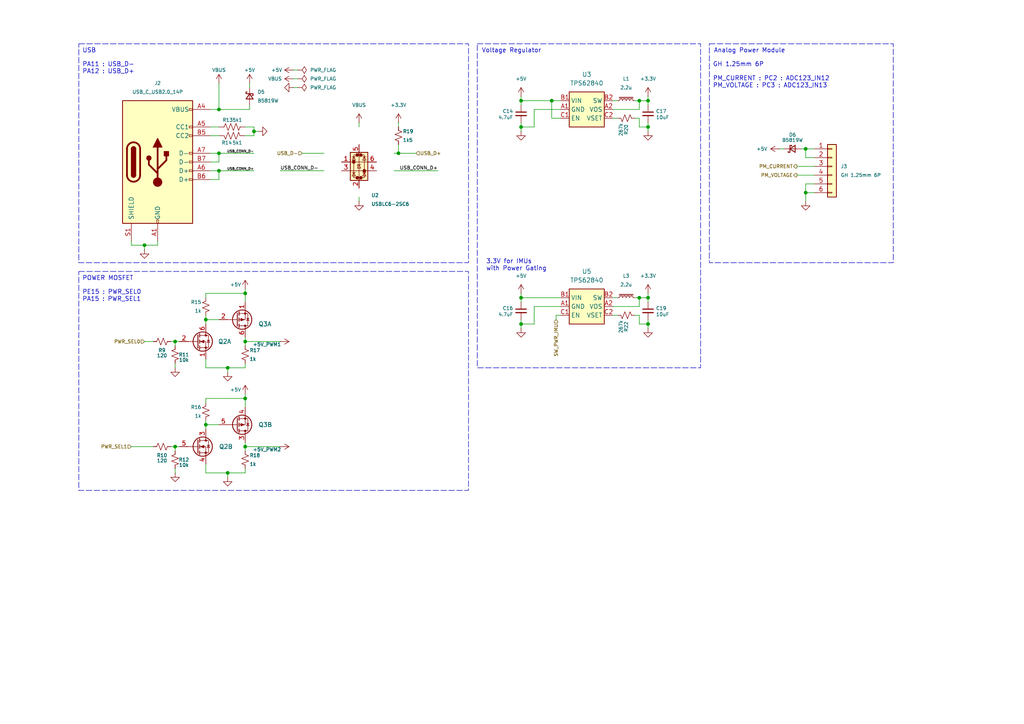
<source format=kicad_sch>
(kicad_sch (version 20250114) (generator "eeschema") (generator_version "9.0")
  (paper "A4")
  (title_block (title "STM32 Flight Controller") (date "2025-06-23") (rev "2.0.0 (WIP)") (company "NARAE") (comment 1 "INHA Univ. Areo-modelling Club") (comment 2 "2024 Winter UAV Project ") (comment 3 "Reversion 2"))
  (lib_symbols
    (symbol "Connector:USB_C_Receptacle_USB2.0_14P" (pin_names (offset 1.016))
      (property "Reference" "J" (at 0 22.225 0))
      (property "Value" "USB_C_Receptacle_USB2.0_14P" (at 0 19.685 0))
      (symbol "USB_C_Receptacle_USB2.0_14P_0_0"
        (rectangle (start -0.254 -17.78) (end 0.254 -16.764))
        (rectangle (start 10.16 15.494) (end 9.144 14.986))
        (rectangle (start 10.16 10.414) (end 9.144 9.906))
        (rectangle (start 10.16 7.874) (end 9.144 7.366))
        (rectangle (start 10.16 2.794) (end 9.144 2.286))
        (rectangle (start 10.16 0.254) (end 9.144 -0.254))
        (rectangle (start 10.16 -2.286) (end 9.144 -2.794))
        (rectangle (start 10.16 -4.826) (end 9.144 -5.334))
      )
      (symbol "USB_C_Receptacle_USB2.0_14P_0_1"
        (rectangle (start -10.16 17.78) (end 10.16 -17.78) (stroke (width 0.254)) (fill (type background)))
        (polyline (pts (xy -8.89 -3.81) (xy -8.89 3.81)) (stroke (width 0.508)))
        (rectangle (start -7.62 -3.81) (end -6.35 3.81) (stroke (width 0.254)) (fill (type outline)))
        (arc (start -7.62 3.81) (mid -6.985 4.4423) (end -6.35 3.81) (stroke (width 0.254)))
        (arc (start -7.62 3.81) (mid -6.985 4.4423) (end -6.35 3.81) (stroke (width 0.254)) (fill (type outline)))
        (arc (start -8.89 3.81) (mid -6.985 5.7067) (end -5.08 3.81) (stroke (width 0.508)))
        (arc (start -5.08 -3.81) (mid -6.985 -5.7067) (end -8.89 -3.81) (stroke (width 0.508)))
        (arc (start -6.35 -3.81) (mid -6.985 -4.4423) (end -7.62 -3.81) (stroke (width 0.254)))
        (arc (start -6.35 -3.81) (mid -6.985 -4.4423) (end -7.62 -3.81) (stroke (width 0.254)) (fill (type outline)))
        (polyline (pts (xy -5.08 3.81) (xy -5.08 -3.81)) (stroke (width 0.508)))
        (circle (center -2.54 1.143) (radius 0.635) (stroke (width 0.254)) (fill (type outline)))
        (polyline (pts (xy -1.27 4.318) (xy 0 6.858) (xy 1.27 4.318) (xy -1.27 4.318)) (stroke (width 0.254)) (fill (type outline)))
        (polyline (pts (xy 0 -2.032) (xy 2.54 0.508) (xy 2.54 1.778)) (stroke (width 0.508)))
        (polyline (pts (xy 0 -3.302) (xy -2.54 -0.762) (xy -2.54 0.508)) (stroke (width 0.508)))
        (polyline (pts (xy 0 -5.842) (xy 0 4.318)) (stroke (width 0.508)))
        (circle (center 0 -5.842) (radius 1.27) (fill (type outline)))
        (rectangle (start 1.905 1.778) (end 3.175 3.048) (stroke (width 0.254)) (fill (type outline)))
      )
      (symbol "USB_C_Receptacle_USB2.0_14P_1_1"
        (pin passive line (at -7.62 -22.86 90) (length 5.08) (name "SHIELD") (number "S1"))
        (pin passive line (at 0 -22.86 90) (length 5.08) (name "GND") (number "A1"))
        (pin passive line (at 0 -22.86 90) (length 5.08) (hide yes) (name "GND") (number "A12"))
        (pin passive line (at 0 -22.86 90) (length 5.08) (hide yes) (name "GND") (number "B1"))
        (pin passive line (at 0 -22.86 90) (length 5.08) (hide yes) (name "GND") (number "B12"))
        (pin passive line (at 15.24 15.24 180) (length 5.08) (name "VBUS") (number "A4"))
        (pin passive line (at 15.24 15.24 180) (length 5.08) (hide yes) (name "VBUS") (number "A9"))
        (pin passive line (at 15.24 15.24 180) (length 5.08) (hide yes) (name "VBUS") (number "B4"))
        (pin passive line (at 15.24 15.24 180) (length 5.08) (hide yes) (name "VBUS") (number "B9"))
        (pin bidirectional line (at 15.24 10.16 180) (length 5.08) (name "CC1") (number "A5"))
        (pin bidirectional line (at 15.24 7.62 180) (length 5.08) (name "CC2") (number "B5"))
        (pin bidirectional line (at 15.24 2.54 180) (length 5.08) (name "D-") (number "A7"))
        (pin bidirectional line (at 15.24 0 180) (length 5.08) (name "D-") (number "B7"))
        (pin bidirectional line (at 15.24 -2.54 180) (length 5.08) (name "D+") (number "A6"))
        (pin bidirectional line (at 15.24 -5.08 180) (length 5.08) (name "D+") (number "B6"))
      )
    )
    (symbol "Connector_Generic:Conn_01x06" (pin_names (offset 1.016) (hide yes))
      (property "Reference" "J" (at 0 7.62 0))
      (property "Value" "Conn_01x06" (at 0 -10.16 0))
      (symbol "Conn_01x06_1_1"
        (rectangle (start -1.27 6.35) (end 1.27 -8.89) (stroke (width 0.254)) (fill (type background)))
        (rectangle (start -1.27 5.207) (end 0 4.953) (stroke (width 0.1524)))
        (rectangle (start -1.27 2.667) (end 0 2.413) (stroke (width 0.1524)))
        (rectangle (start -1.27 0.127) (end 0 -0.127) (stroke (width 0.1524)))
        (rectangle (start -1.27 -2.413) (end 0 -2.667) (stroke (width 0.1524)))
        (rectangle (start -1.27 -4.953) (end 0 -5.207) (stroke (width 0.1524)))
        (rectangle (start -1.27 -7.493) (end 0 -7.747) (stroke (width 0.1524)))
        (pin passive line (at -5.08 5.08 0) (length 3.81) (name "Pin_1") (number "1"))
        (pin passive line (at -5.08 2.54 0) (length 3.81) (name "Pin_2") (number "2"))
        (pin passive line (at -5.08 0 0) (length 3.81) (name "Pin_3") (number "3"))
        (pin passive line (at -5.08 -2.54 0) (length 3.81) (name "Pin_4") (number "4"))
        (pin passive line (at -5.08 -5.08 0) (length 3.81) (name "Pin_5") (number "5"))
        (pin passive line (at -5.08 -7.62 0) (length 3.81) (name "Pin_6") (number "6"))
      )
    )
    (symbol "Device:C_Small" (pin_numbers (hide yes)) (pin_names (offset 0.254) (hide yes))
      (property "Reference" "C" (at 0.254 1.778 0))
      (property "Value" "C_Small" (at 0.254 -2.032 0))
      (symbol "C_Small_0_1"
        (polyline (pts (xy -1.524 0.508) (xy 1.524 0.508)) (stroke (width 0.3048)))
        (polyline (pts (xy -1.524 -0.508) (xy 1.524 -0.508)) (stroke (width 0.3302)))
      )
      (symbol "C_Small_1_1"
        (pin passive line (at 0 2.54 270) (length 2.032) (name "~") (number "1"))
        (pin passive line (at 0 -2.54 90) (length 2.032) (name "~") (number "2"))
      )
    )
    (symbol "Device:D_Schottky_Small" (pin_numbers (hide yes)) (pin_names (offset 0.254) (hide yes))
      (property "Reference" "D" (at -1.27 2.032 0))
      (property "Value" "D_Schottky_Small" (at -7.112 -2.032 0))
      (symbol "D_Schottky_Small_0_1"
        (polyline (pts (xy -1.27 0.762) (xy -1.27 1.016) (xy -0.762 1.016) (xy -0.762 -1.016) (xy -0.254 -1.016) (xy -0.254 -0.762)) (stroke (width 0.254)))
        (polyline (pts (xy -0.762 0) (xy 0.762 0)))
        (polyline (pts (xy 0.762 -1.016) (xy -0.762 0) (xy 0.762 1.016) (xy 0.762 -1.016)) (stroke (width 0.254)))
      )
      (symbol "D_Schottky_Small_1_1"
        (pin passive line (at -2.54 0 0) (length 1.778) (name "K") (number "1"))
        (pin passive line (at 2.54 0 180) (length 1.778) (name "A") (number "2"))
      )
    )
    (symbol "Device:L_Iron_Small" (pin_numbers (hide yes)) (pin_names (offset 0.254) (hide yes))
      (property "Reference" "L" (at 1.27 1.016 0))
      (property "Value" "L_Iron_Small" (at 1.27 -1.27 0))
      (symbol "L_Iron_Small_0_1"
        (arc (start 0 2.032) (mid 0.5058 1.524) (end 0 1.016))
        (arc (start 0 1.016) (mid 0.5058 0.508) (end 0 0))
        (arc (start 0 0) (mid 0.5058 -0.508) (end 0 -1.016))
        (arc (start 0 -1.016) (mid 0.5058 -1.524) (end 0 -2.032))
        (polyline (pts (xy 0.762 2.032) (xy 0.762 -2.032)))
        (polyline (pts (xy 1.016 -2.032) (xy 1.016 2.032)))
      )
      (symbol "L_Iron_Small_1_1"
        (pin passive line (at 0 2.54 270) (length 0.508) (name "~") (number "1"))
        (pin passive line (at 0 -2.54 90) (length 0.508) (name "~") (number "2"))
      )
    )
    (symbol "Device:R_Small_US" (pin_numbers (hide yes)) (pin_names (offset 0.254) (hide yes))
      (property "Reference" "R" (at 0.762 0.508 0))
      (property "Value" "R_Small_US" (at 0.762 -1.016 0))
      (symbol "R_Small_US_1_1"
        (polyline (pts (xy 0 1.524) (xy 1.016 1.143) (xy 0 0.762) (xy -1.016 0.381) (xy 0 0)))
        (polyline (pts (xy 0 0) (xy 1.016 -0.381) (xy 0 -0.762) (xy -1.016 -1.143) (xy 0 -1.524)))
        (pin passive line (at 0 2.54 270) (length 1.016) (name "~") (number "1"))
        (pin passive line (at 0 -2.54 90) (length 1.016) (name "~") (number "2"))
      )
    )
    (symbol "Device:R_US" (pin_numbers (hide yes)) (pin_names (offset 0))
      (property "Reference" "R" (at 2.54 0 90))
      (property "Value" "R_US" (at -2.54 0 90))
      (symbol "R_US_0_1"
        (polyline (pts (xy 0 2.286) (xy 0 2.54)))
        (polyline (pts (xy 0 2.286) (xy 1.016 1.905) (xy 0 1.524) (xy -1.016 1.143) (xy 0 0.762)))
        (polyline (pts (xy 0 0.762) (xy 1.016 0.381) (xy 0 0) (xy -1.016 -0.381) (xy 0 -0.762)))
        (polyline (pts (xy 0 -0.762) (xy 1.016 -1.143) (xy 0 -1.524) (xy -1.016 -1.905) (xy 0 -2.286)))
        (polyline (pts (xy 0 -2.286) (xy 0 -2.54)))
      )
      (symbol "R_US_1_1"
        (pin passive line (at 0 3.81 270) (length 1.27) (name "~") (number "1"))
        (pin passive line (at 0 -3.81 90) (length 1.27) (name "~") (number "2"))
      )
    )
    (symbol "Nexperia_PMD:PMDPB30XN" (pin_names (offset 0) (hide yes))
      (property "Reference" "Q" (at 5.08 1.905 0))
      (property "Value" "PMDPB30XN" (at 5.08 0 0))
      (symbol "PMDPB30XN_0_1"
        (polyline (pts (xy 0.254 1.905) (xy 0.254 -1.905)) (stroke (width 0.254)))
        (polyline (pts (xy 0.254 0) (xy -2.54 0)))
        (polyline (pts (xy 0.762 2.286) (xy 0.762 1.27)) (stroke (width 0.254)))
        (polyline (pts (xy 0.762 0.508) (xy 0.762 -0.508)) (stroke (width 0.254)))
        (polyline (pts (xy 0.762 -1.27) (xy 0.762 -2.286)) (stroke (width 0.254)))
        (polyline (pts (xy 0.762 -1.778) (xy 3.302 -1.778) (xy 3.302 1.778) (xy 0.762 1.778)))
        (polyline (pts (xy 1.016 0) (xy 2.032 0.381) (xy 2.032 -0.381) (xy 1.016 0)) (fill (type outline)))
        (circle (center 1.651 0) (radius 2.794) (stroke (width 0.254)))
        (polyline (pts (xy 2.54 2.54) (xy 2.54 1.778)))
        (circle (center 2.54 1.778) (radius 0.254) (fill (type outline)))
        (circle (center 2.54 -1.778) (radius 0.254) (fill (type outline)))
        (polyline (pts (xy 2.54 -2.54) (xy 2.54 0) (xy 0.762 0)))
        (polyline (pts (xy 2.921 0.381) (xy 3.683 0.381)))
        (polyline (pts (xy 3.302 0.381) (xy 2.921 -0.254) (xy 3.683 -0.254) (xy 3.302 0.381)))
      )
      (symbol "PMDPB30XN_1_0"
        (pin passive line (at 2.54 5.08 270) (length 2.54) (hide yes) (name "D") (number "7"))
      )
      (symbol "PMDPB30XN_1_1"
        (pin input line (at -5.08 0 0) (length 2.54) (name "G") (number "2"))
        (pin passive line (at 2.54 5.08 270) (length 2.54) (name "D") (number "6"))
        (pin passive line (at 2.54 -5.08 90) (length 2.54) (name "S") (number "1"))
      )
      (symbol "PMDPB30XN_2_0"
        (pin passive line (at 2.54 5.08 270) (length 2.54) (hide yes) (name "D") (number "8"))
      )
      (symbol "PMDPB30XN_2_1"
        (pin input line (at -5.08 0 0) (length 2.54) (name "G") (number "5"))
        (pin passive line (at 2.54 5.08 270) (length 2.54) (name "D") (number "3"))
        (pin passive line (at 2.54 -5.08 90) (length 2.54) (name "S") (number "4"))
      )
    )
    (symbol "Nexperia_PMD:PMDPB55XPA" (pin_names (offset 0) (hide yes))
      (property "Reference" "Q" (at 5.08 1.905 0))
      (property "Value" "PMDPB55XPA" (at 5.08 0 0))
      (symbol "PMDPB55XPA_0_1"
        (polyline (pts (xy 0.254 1.905) (xy 0.254 -1.905)) (stroke (width 0.254)))
        (polyline (pts (xy 0.254 0) (xy -2.54 0)))
        (polyline (pts (xy 0.762 2.286) (xy 0.762 1.27)) (stroke (width 0.254)))
        (polyline (pts (xy 0.762 1.778) (xy 3.302 1.778) (xy 3.302 -1.778) (xy 0.762 -1.778)))
        (polyline (pts (xy 0.762 0.508) (xy 0.762 -0.508)) (stroke (width 0.254)))
        (polyline (pts (xy 0.762 -1.27) (xy 0.762 -2.286)) (stroke (width 0.254)))
        (circle (center 1.651 0) (radius 2.794) (stroke (width 0.254)))
        (polyline (pts (xy 2.286 0) (xy 1.27 0.381) (xy 1.27 -0.381) (xy 2.286 0)) (fill (type outline)))
        (polyline (pts (xy 2.54 2.54) (xy 2.54 1.778)))
        (circle (center 2.54 1.778) (radius 0.254) (fill (type outline)))
        (circle (center 2.54 -1.778) (radius 0.254) (fill (type outline)))
        (polyline (pts (xy 2.54 -2.54) (xy 2.54 0) (xy 0.762 0)))
        (polyline (pts (xy 2.921 -0.381) (xy 3.683 -0.381)))
        (polyline (pts (xy 3.302 -0.381) (xy 2.921 0.254) (xy 3.683 0.254) (xy 3.302 -0.381)))
      )
      (symbol "PMDPB55XPA_1_0"
        (pin passive line (at 2.54 5.08 270) (length 2.54) (hide yes) (name "D") (number "7"))
      )
      (symbol "PMDPB55XPA_1_1"
        (pin input line (at -5.08 0 0) (length 2.54) (name "G") (number "2"))
        (pin passive line (at 2.54 5.08 270) (length 2.54) (name "D") (number "6"))
        (pin passive line (at 2.54 -5.08 90) (length 2.54) (name "S") (number "1"))
      )
      (symbol "PMDPB55XPA_2_0"
        (pin passive line (at 2.54 5.08 270) (length 2.54) (hide yes) (name "D") (number "8"))
      )
      (symbol "PMDPB55XPA_2_1"
        (pin input line (at -5.08 0 0) (length 2.54) (name "G") (number "5"))
        (pin passive line (at 2.54 5.08 270) (length 2.54) (name "D") (number "3"))
        (pin passive line (at 2.54 -5.08 90) (length 2.54) (name "S") (number "4"))
      )
    )
    (symbol "Power_Protection:USBLC6-2SC6" (pin_names (hide yes))
      (property "Reference" "U" (at 0.635 5.715 0))
      (property "Value" "USBLC6-2SC6" (at 0.635 3.81 0))
      (symbol "USBLC6-2SC6_0_0"
        (circle (center -1.524 0) (radius 0.0001) (stroke (width 0.508)))
        (circle (center -0.508 2.032) (radius 0.0001) (stroke (width 0.508)))
        (circle (center -0.508 -4.572) (radius 0.0001) (stroke (width 0.508)))
        (circle (center 0.508 2.032) (radius 0.0001) (stroke (width 0.508)))
        (circle (center 0.508 -4.572) (radius 0.0001) (stroke (width 0.508)))
        (circle (center 1.524 -2.54) (radius 0.0001) (stroke (width 0.508)))
      )
      (symbol "USBLC6-2SC6_0_1"
        (polyline (pts (xy -2.54 0) (xy 2.54 0)))
        (polyline (pts (xy -2.54 -2.54) (xy 2.54 -2.54)))
        (polyline (pts (xy -2.032 0.508) (xy -1.016 0.508) (xy -1.524 1.524) (xy -2.032 0.508)))
        (polyline (pts (xy -2.032 -3.048) (xy -1.016 -3.048)))
        (polyline (pts (xy -1.016 1.524) (xy -2.032 1.524)))
        (polyline (pts (xy -1.016 -4.064) (xy -2.032 -4.064) (xy -1.524 -3.048) (xy -1.016 -4.064)))
        (polyline (pts (xy -0.508 -1.143) (xy -0.508 -0.762) (xy 0.508 -0.762)))
        (polyline (pts (xy 0 2.54) (xy -0.508 2.032) (xy 0.508 2.032) (xy 0 1.524) (xy 0 -4.064) (xy -0.508 -4.572) (xy 0.508 -4.572) (xy 0 -5.08)))
        (polyline (pts (xy 0.508 -1.778) (xy -0.508 -1.778) (xy 0 -0.762) (xy 0.508 -1.778)))
        (polyline (pts (xy 1.016 1.524) (xy 2.032 1.524)))
        (polyline (pts (xy 1.016 -3.048) (xy 2.032 -3.048)))
        (polyline (pts (xy 2.032 0.508) (xy 1.016 0.508) (xy 1.524 1.524) (xy 2.032 0.508)))
        (polyline (pts (xy 2.032 -4.064) (xy 1.016 -4.064) (xy 1.524 -3.048) (xy 2.032 -4.064)))
      )
      (symbol "USBLC6-2SC6_1_1"
        (rectangle (start -2.54 2.794) (end 2.54 -5.334) (stroke (width 0.254)) (fill (type background)))
        (polyline (pts (xy -0.508 2.032) (xy -1.524 2.032) (xy -1.524 -4.572) (xy -0.508 -4.572)))
        (polyline (pts (xy 0.508 -4.572) (xy 1.524 -4.572) (xy 1.524 2.032) (xy 0.508 2.032)))
        (pin passive line (at -5.08 0 0) (length 2.54) (name "I/O1") (number "1"))
        (pin passive line (at -5.08 -2.54 0) (length 2.54) (name "I/O2") (number "3"))
        (pin passive line (at 0 5.08 270) (length 2.54) (name "VBUS") (number "5"))
        (pin passive line (at 0 -7.62 90) (length 2.54) (name "GND") (number "2"))
        (pin passive line (at 5.08 0 180) (length 2.54) (name "I/O1") (number "6"))
        (pin passive line (at 5.08 -2.54 180) (length 2.54) (name "I/O2") (number "4"))
      )
    )
    (symbol "TPS62840:TPS62840YBG"
      (property "Reference" "U" (at 0 8.382 0))
      (property "Value" "TPS62840YBG" (at 0 6.35 0))
      (symbol "TPS62840YBG_0_1"
        (rectangle (start -5.08 5.08) (end 5.08 -5.08) (stroke (width 0.254)) (fill (type background)))
      )
      (symbol "TPS62840YBG_1_1"
        (pin power_in line (at -7.62 2.54 0) (length 2.54) (name "VIN") (number "B1"))
        (pin power_in line (at -7.62 0 0) (length 2.54) (name "GND") (number "A1"))
        (pin input line (at -7.62 -2.54 0) (length 2.54) (name "EN") (number "C1"))
        (pin open_collector line (at 7.62 2.54 180) (length 2.54) (name "SW") (number "B2"))
        (pin input line (at 7.62 0 180) (length 2.54) (name "VOS") (number "A2"))
        (pin input line (at 7.62 -2.54 180) (length 2.54) (name "VSET") (number "C2"))
      )
    )
    (symbol "power:+3.3V" (power) (pin_numbers (hide yes)) (pin_names (offset 0) (hide yes))
      (property "Value" "+3.3V" (at 0 3.556 0))
      (symbol "+3.3V_0_1"
        (polyline (pts (xy -0.762 1.27) (xy 0 2.54)))
        (polyline (pts (xy 0 2.54) (xy 0.762 1.27)))
        (polyline (pts (xy 0 0) (xy 0 2.54)))
      )
      (symbol "+3.3V_1_1"
        (pin power_in line (at 0 0 90) (length 0) (name "~") (number "1"))
      )
    )
    (symbol "power:+5V" (power) (pin_numbers (hide yes)) (pin_names (offset 0) (hide yes))
      (property "Value" "+5V" (at 0 3.556 0))
      (symbol "+5V_0_1"
        (polyline (pts (xy -0.762 1.27) (xy 0 2.54)))
        (polyline (pts (xy 0 2.54) (xy 0.762 1.27)))
        (polyline (pts (xy 0 0) (xy 0 2.54)))
      )
      (symbol "+5V_1_1"
        (pin power_in line (at 0 0 90) (length 0) (name "~") (number "1"))
      )
    )
    (symbol "power:GND" (power) (pin_numbers (hide yes)) (pin_names (offset 0) (hide yes))
      (property "Value" "GND" (at 0 -3.81 0))
      (symbol "GND_0_1"
        (polyline (pts (xy 0 0) (xy 0 -1.27) (xy 1.27 -1.27) (xy 0 -2.54) (xy -1.27 -1.27) (xy 0 -1.27)))
      )
      (symbol "GND_1_1"
        (pin power_in line (at 0 0 270) (length 0) (name "~") (number "1"))
      )
    )
    (symbol "power:PWR_FLAG" (power) (pin_numbers (hide yes)) (pin_names (offset 0) (hide yes))
      (property "Value" "PWR_FLAG" (at 0 3.81 0))
      (symbol "PWR_FLAG_0_0"
        (pin power_out line (at 0 0 90) (length 0) (name "~") (number "1"))
      )
      (symbol "PWR_FLAG_0_1"
        (polyline (pts (xy 0 0) (xy 0 1.27) (xy -1.016 1.905) (xy 0 2.54) (xy 1.016 1.905) (xy 0 1.27)))
      )
    )
    (symbol "power:VBUS" (power) (pin_numbers (hide yes)) (pin_names (offset 0) (hide yes))
      (property "Value" "VBUS" (at 0 3.556 0))
      (symbol "VBUS_0_1"
        (polyline (pts (xy -0.762 1.27) (xy 0 2.54)))
        (polyline (pts (xy 0 2.54) (xy 0.762 1.27)))
        (polyline (pts (xy 0 0) (xy 0 2.54)))
      )
      (symbol "VBUS_1_1"
        (pin power_in line (at 0 0 90) (length 0) (name "~") (number "1"))
      )
    )
  )
  (rectangle (start 205.74 12.7) (end 259.08 76.2) (stroke (width 0) (type dash)))
  (rectangle (start 22.86 12.7) (end 135.89 76.2) (stroke (width 0) (type dash)))
  (rectangle (start 22.86 78.74) (end 135.89 142.24) (stroke (width 0) (type dash)))
  (rectangle (start 138.43 12.7) (end 203.2 106.68) (stroke (width 0) (type dash)))
  (text "PE15 : PWR_SEL0\nPA15 : PWR_SEL1" (at 23.876 84.074 0) (effects (font (size 1.27 1.27)) (justify left top)))
  (text "Analog Power Module" (at 207.01 15.494 0) (effects (font (size 1.27 1.27)) (justify left bottom)))
  (text "GH 1.25mm 6P\n\nPM_CURRENT : PC2 : ADC123_IN12\nPM_VOLTAGE : PC3 : ADC123_IN13" (at 206.756 18.034 0) (effects (font (size 1.27 1.27)) (justify left top)))
  (text "Voltage Regulator" (at 139.7 15.494 0) (effects (font (size 1.27 1.27)) (justify left bottom)))
  (text "3.3V for IMUs\nwith Power Gating " (at 140.97 75.184 0) (effects (font (size 1.27 1.27)) (justify left top)))
  (text "USB" (at 23.876 15.494 0) (effects (font (size 1.27 1.27)) (justify left bottom)))
  (text "POWER MOSFET" (at 23.876 81.534 0) (effects (font (size 1.27 1.27)) (justify left bottom)))
  (text "PA11 : USB_D-\nPA12 : USB_D+" (at 23.876 18.034 0) (effects (font (size 1.27 1.27)) (justify left top)))
  (junction (at 59.69 92.71))
  (junction (at 115.57 44.45))
  (junction (at 185.42 29.21))
  (junction (at 50.8 99.06))
  (junction (at 233.68 55.88))
  (junction (at 63.5 31.75))
  (junction (at 71.12 115.57))
  (junction (at 160.02 29.21))
  (junction (at 185.42 86.36))
  (junction (at 187.96 86.36))
  (junction (at 66.04 137.16))
  (junction (at 187.96 93.98))
  (junction (at 151.13 86.36))
  (junction (at 71.12 99.06))
  (junction (at 41.91 71.12))
  (junction (at 187.96 29.21))
  (junction (at 71.12 85.09))
  (junction (at 187.96 36.83))
  (junction (at 151.13 29.21))
  (junction (at 233.68 43.18))
  (junction (at 59.69 123.19))
  (junction (at 73.66 38.1))
  (junction (at 151.13 93.98))
  (junction (at 50.8 129.54))
  (junction (at 63.5 44.45))
  (junction (at 71.12 129.54))
  (junction (at 66.04 106.68))
  (junction (at 63.5 49.53))
  (junction (at 151.13 36.83))
  (wire (pts (xy 151.13 29.21) (xy 151.13 30.48)))
  (wire (pts (xy 185.42 29.21) (xy 187.96 29.21)))
  (wire (pts (xy 233.68 43.18) (xy 233.68 45.72)))
  (wire (pts (xy 187.96 36.83) (xy 187.96 38.1)))
  (wire (pts (xy 63.5 49.53) (xy 63.5 52.07)))
  (wire (pts (xy 50.8 129.54) (xy 50.8 130.81)))
  (wire (pts (xy 185.42 88.9) (xy 185.42 86.36)))
  (wire (pts (xy 71.12 135.89) (xy 71.12 137.16)))
  (wire (pts (xy 187.96 93.98) (xy 187.96 95.25)))
  (wire (pts (xy 115.57 44.45) (xy 120.65 44.45)))
  (wire (pts (xy 87.63 44.45) (xy 93.98 44.45)))
  (wire (pts (xy 187.96 86.36) (xy 187.96 87.63)))
  (wire (pts (xy 185.42 86.36) (xy 187.96 86.36)))
  (wire (pts (xy 72.39 24.13) (xy 72.39 25.4)))
  (wire (pts (xy 63.5 44.45) (xy 63.5 46.99)))
  (wire (pts (xy 115.57 41.91) (xy 115.57 44.45)))
  (wire (pts (xy 151.13 36.83) (xy 151.13 38.1)))
  (wire (pts (xy 41.91 71.12) (xy 41.91 72.39)))
  (wire (pts (xy 59.69 123.19) (xy 63.5 123.19)))
  (wire (pts (xy 184.15 86.36) (xy 185.42 86.36)))
  (wire (pts (xy 151.13 27.94) (xy 151.13 29.21)))
  (wire (pts (xy 85.09 25.4) (xy 86.36 25.4)))
  (wire (pts (xy 177.8 88.9) (xy 185.42 88.9)))
  (wire (pts (xy 151.13 93.98) (xy 151.13 95.25)))
  (wire (pts (xy 59.69 86.36) (xy 59.69 85.09)))
  (wire (pts (xy 72.39 30.48) (xy 72.39 31.75)))
  (wire (pts (xy 50.8 99.06) (xy 52.07 99.06)))
  (wire (pts (xy 71.12 97.79) (xy 71.12 99.06)))
  (wire (pts (xy 71.12 105.41) (xy 71.12 106.68)))
  (wire (pts (xy 185.42 36.83) (xy 187.96 36.83)))
  (wire (pts (xy 185.42 34.29) (xy 185.42 36.83)))
  (wire (pts (xy 73.66 38.1) (xy 74.93 38.1)))
  (wire (pts (xy 59.69 121.92) (xy 59.69 123.19)))
  (wire (pts (xy 231.14 48.26) (xy 236.22 48.26)))
  (wire (pts (xy 177.8 31.75) (xy 185.42 31.75)))
  (wire (pts (xy 177.8 29.21) (xy 179.07 29.21)))
  (wire (pts (xy 71.12 39.37) (xy 73.66 39.37)))
  (wire (pts (xy 41.91 71.12) (xy 45.72 71.12)))
  (wire (pts (xy 151.13 36.83) (xy 154.94 36.83)))
  (wire (pts (xy 63.5 24.13) (xy 63.5 31.75)))
  (wire (pts (xy 236.22 53.34) (xy 233.68 53.34)))
  (wire (pts (xy 49.53 129.54) (xy 50.8 129.54)))
  (wire (pts (xy 233.68 55.88) (xy 233.68 58.42)))
  (wire (pts (xy 60.96 46.99) (xy 63.5 46.99)))
  (wire (pts (xy 151.13 92.71) (xy 151.13 93.98)))
  (wire (pts (xy 184.15 91.44) (xy 185.42 91.44)))
  (wire (pts (xy 233.68 53.34) (xy 233.68 55.88)))
  (wire (pts (xy 59.69 92.71) (xy 59.69 93.98)))
  (wire (pts (xy 185.42 91.44) (xy 185.42 93.98)))
  (wire (pts (xy 60.96 39.37) (xy 63.5 39.37)))
  (wire (pts (xy 161.29 91.44) (xy 162.56 91.44)))
  (wire (pts (xy 59.69 104.14) (xy 59.69 106.68)))
  (wire (pts (xy 50.8 99.06) (xy 50.8 100.33)))
  (wire (pts (xy 71.12 83.82) (xy 71.12 85.09)))
  (wire (pts (xy 104.14 57.15) (xy 104.14 58.42)))
  (wire (pts (xy 71.12 99.06) (xy 71.12 100.33)))
  (wire (pts (xy 115.57 44.45) (xy 114.3 44.45)))
  (wire (pts (xy 104.14 35.56) (xy 104.14 36.83)))
  (wire (pts (xy 184.15 34.29) (xy 185.42 34.29)))
  (wire (pts (xy 50.8 129.54) (xy 52.07 129.54)))
  (wire (pts (xy 154.94 93.98) (xy 154.94 88.9)))
  (wire (pts (xy 160.02 29.21) (xy 162.56 29.21)))
  (wire (pts (xy 66.04 137.16) (xy 71.12 137.16)))
  (wire (pts (xy 49.53 99.06) (xy 50.8 99.06)))
  (wire (pts (xy 162.56 34.29) (xy 160.02 34.29)))
  (wire (pts (xy 59.69 85.09) (xy 71.12 85.09)))
  (wire (pts (xy 115.57 35.56) (xy 115.57 36.83)))
  (wire (pts (xy 63.5 31.75) (xy 72.39 31.75)))
  (wire (pts (xy 71.12 36.83) (xy 73.66 36.83)))
  (wire (pts (xy 177.8 34.29) (xy 179.07 34.29)))
  (wire (pts (xy 154.94 88.9) (xy 162.56 88.9)))
  (wire (pts (xy 71.12 129.54) (xy 71.12 130.81)))
  (wire (pts (xy 236.22 55.88) (xy 233.68 55.88)))
  (wire (pts (xy 59.69 92.71) (xy 63.5 92.71)))
  (wire (pts (xy 154.94 31.75) (xy 162.56 31.75)))
  (wire (pts (xy 59.69 137.16) (xy 66.04 137.16)))
  (wire (pts (xy 71.12 114.3) (xy 71.12 115.57)))
  (wire (pts (xy 185.42 93.98) (xy 187.96 93.98)))
  (wire (pts (xy 60.96 31.75) (xy 63.5 31.75)))
  (wire (pts (xy 187.96 29.21) (xy 187.96 30.48)))
  (wire (pts (xy 73.66 36.83) (xy 73.66 38.1)))
  (wire (pts (xy 66.04 137.16) (xy 66.04 138.43)))
  (wire (pts (xy 59.69 115.57) (xy 71.12 115.57)))
  (wire (pts (xy 50.8 105.41) (xy 50.8 106.68)))
  (wire (pts (xy 232.41 43.18) (xy 233.68 43.18)))
  (wire (pts (xy 151.13 29.21) (xy 160.02 29.21)))
  (wire (pts (xy 187.96 85.09) (xy 187.96 86.36)))
  (wire (pts (xy 160.02 29.21) (xy 160.02 34.29)))
  (wire (pts (xy 161.29 92.71) (xy 161.29 91.44)))
  (wire (pts (xy 59.69 123.19) (xy 59.69 124.46)))
  (wire (pts (xy 236.22 45.72) (xy 233.68 45.72)))
  (wire (pts (xy 177.8 86.36) (xy 179.07 86.36)))
  (wire (pts (xy 81.28 129.54) (xy 71.12 129.54)))
  (wire (pts (xy 59.69 91.44) (xy 59.69 92.71)))
  (wire (pts (xy 66.04 106.68) (xy 71.12 106.68)))
  (wire (pts (xy 60.96 49.53) (xy 63.5 49.53)))
  (wire (pts (xy 81.28 49.53) (xy 93.98 49.53)))
  (wire (pts (xy 71.12 128.27) (xy 71.12 129.54)))
  (wire (pts (xy 185.42 31.75) (xy 185.42 29.21)))
  (wire (pts (xy 71.12 115.57) (xy 71.12 118.11)))
  (wire (pts (xy 151.13 85.09) (xy 151.13 86.36)))
  (wire (pts (xy 50.8 135.89) (xy 50.8 137.16)))
  (wire (pts (xy 41.91 99.06) (xy 44.45 99.06)))
  (wire (pts (xy 151.13 35.56) (xy 151.13 36.83)))
  (wire (pts (xy 187.96 35.56) (xy 187.96 36.83)))
  (wire (pts (xy 63.5 49.53) (xy 73.66 49.53)))
  (wire (pts (xy 151.13 86.36) (xy 151.13 87.63)))
  (wire (pts (xy 184.15 29.21) (xy 185.42 29.21)))
  (wire (pts (xy 127 49.53) (xy 114.3 49.53)))
  (wire (pts (xy 73.66 38.1) (xy 73.66 39.37)))
  (wire (pts (xy 187.96 27.94) (xy 187.96 29.21)))
  (wire (pts (xy 59.69 116.84) (xy 59.69 115.57)))
  (wire (pts (xy 85.09 20.32) (xy 86.36 20.32)))
  (wire (pts (xy 177.8 91.44) (xy 179.07 91.44)))
  (wire (pts (xy 154.94 36.83) (xy 154.94 31.75)))
  (wire (pts (xy 60.96 44.45) (xy 63.5 44.45)))
  (wire (pts (xy 59.69 134.62) (xy 59.69 137.16)))
  (wire (pts (xy 38.1 69.85) (xy 38.1 71.12)))
  (wire (pts (xy 60.96 36.83) (xy 63.5 36.83)))
  (wire (pts (xy 38.1 71.12) (xy 41.91 71.12)))
  (wire (pts (xy 71.12 85.09) (xy 71.12 87.63)))
  (wire (pts (xy 187.96 92.71) (xy 187.96 93.98)))
  (wire (pts (xy 59.69 106.68) (xy 66.04 106.68)))
  (wire (pts (xy 60.96 52.07) (xy 63.5 52.07)))
  (wire (pts (xy 81.28 99.06) (xy 71.12 99.06)))
  (wire (pts (xy 231.14 50.8) (xy 236.22 50.8)))
  (wire (pts (xy 226.06 43.18) (xy 227.33 43.18)))
  (wire (pts (xy 151.13 86.36) (xy 162.56 86.36)))
  (wire (pts (xy 233.68 43.18) (xy 236.22 43.18)))
  (wire (pts (xy 38.1 129.54) (xy 44.45 129.54)))
  (wire (pts (xy 66.04 106.68) (xy 66.04 107.95)))
  (wire (pts (xy 151.13 93.98) (xy 154.94 93.98)))
  (wire (pts (xy 45.72 69.85) (xy 45.72 71.12)))
  (wire (pts (xy 85.09 22.86) (xy 86.36 22.86)))
  (wire (pts (xy 63.5 44.45) (xy 73.66 44.45)))
  (label "USB_CONN_D-" (at 73.66 44.45 180) (effects (font (size 0.7 0.7))))
  (label "USB_CONN_D+" (at 73.66 49.53 180) (effects (font (size 0.7 0.7))))
  (label "USB_CONN_D+" (at 127 49.53 180) (effects (font (size 1 1))))
  (label "USB_CONN_D-" (at 81.28 49.53 0) (effects (font (size 1 1))))
  (hierarchical_label "USB_D+" (shape input) (at 120.65 44.45 0) (effects (font (size 1 1))))
  (hierarchical_label "PWR_SEL0" (shape input) (at 41.91 99.06 180) (effects (font (size 1 1))))
  (hierarchical_label "PM_CURRENT" (shape output) (at 231.14 48.26 180) (effects (font (size 1 1))))
  (hierarchical_label "USB_D-" (shape input) (at 87.63 44.45 180) (effects (font (size 1 1))))
  (hierarchical_label "SW_PWR_IMU" (shape input) (at 161.29 92.71 270) (effects (font (size 1 1))))
  (hierarchical_label "PM_VOLTAGE" (shape output) (at 231.14 50.8 180) (effects (font (size 1 1))))
  (hierarchical_label "PWR_SEL1" (shape input) (at 38.1 129.54 180) (effects (font (size 1 1))))
  (symbol (lib_id "Device:R_Small_US") (at 71.12 133.35 0) (unit 1)
    (property "Reference" "R18" (at 72.39 132.08 0) (effects (font (size 1 1)) (justify left)))
    (property "Value" "1k" (at 72.39 134.62 0) (effects (font (size 1 1)) (justify left)))
    (property "Footprint" "Resistor_SMD:R_0402_1005Metric" (effects (hide yes)))
    (property "Description" "Resistor, small US symbol" (effects (hide yes)))
    (property "LCSC" "C106235" (effects (hide yes)))
  )
  (symbol (lib_id "power:+3.3V") (at 187.96 27.94 0) (unit 1)
    (property "Reference" "#PWR046" (effects (hide yes)))
    (property "Value" "+3.3V" (at 187.96 22.86 0) (effects (font (size 1 1))))
    (property "Description" "Power symbol creates a global label with name \"+3.3V\"" (effects (hide yes)))
  )
  (symbol (lib_id "power:+5V") (at 226.06 43.18 90) (unit 1)
    (property "Reference" "#PWR052" (effects (hide yes)))
    (property "Value" "+5V" (at 220.98 43.18 90) (effects (font (size 1 1))))
    (property "Description" "Power symbol creates a global label with name \"+5V\"" (effects (hide yes)))
  )
  (symbol (lib_id "TPS62840:TPS62840YBG") (at 170.18 31.75 0) (unit 1)
    (property "Reference" "U3" (at 170.18 21.59 0))
    (property "Value" "TPS62840" (at 170.18 24.13 0))
    (property "Footprint" "Package_BGA:Texas_DSBGA-6_0.855x1.255mm_Layout2x3_P0.4mm_LevelC" (effects (hide yes)))
    (property "Datasheet" "https://www.ti.com/lit/ds/symlink/tps62840.pdf" (effects (hide yes)))
    (property "Description" "VIN 1.8-V to 6.5-V, VOUT 1.8 V to 3.3 V in 100-mV steps, 750-mA, 60-nA IQ Step-Down Converter" (effects (hide yes)))
    (property "LCSC" "C2071139" (effects (hide yes)))
  )
  (symbol (lib_id "power:+3.3V") (at 115.57 35.56 0) (unit 1)
    (property "Reference" "#PWR039" (effects (hide yes)))
    (property "Value" "+3.3V" (at 115.57 30.48 0) (effects (font (size 1 1))))
    (property "Description" "Power symbol creates a global label with name \"+3.3V\"" (effects (hide yes)))
  )
  (symbol (lib_id "Device:R_Small_US") (at 181.61 34.29 270) (mirror x) (unit 1)
    (property "Reference" "R20" (at 181.61 37.592 0) (effects (font (size 1 1))))
    (property "Value" "267k" (at 180.086 37.592 0) (effects (font (size 1 1))))
    (property "Footprint" "Resistor_SMD:R_0402_1005Metric" (effects (hide yes)))
    (property "Description" "Resistor, small US symbol" (effects (hide yes)))
    (property "LCSC" "C2998050" (effects (hide yes)))
  )
  (symbol (lib_id "Device:R_Small_US") (at 181.61 91.44 270) (mirror x) (unit 1)
    (property "Reference" "R22" (at 181.61 94.742 0) (effects (font (size 1 1))))
    (property "Value" "267k" (at 180.086 94.742 0) (effects (font (size 1 1))))
    (property "Footprint" "Resistor_SMD:R_0402_1005Metric" (effects (hide yes)))
    (property "Description" "Resistor, small US symbol" (effects (hide yes)))
    (property "LCSC" "C2998050" (effects (hide yes)))
  )
  (symbol (lib_id "Nexperia_PMD:PMDPB55XPA") (at 68.58 92.71 0) (mirror x) (unit 1)
    (property "Reference" "Q3" (at 74.93 93.9801 0) (effects (justify left)))
    (property "Value" "PMDPB55XP" (effects (hide yes)))
    (property "Footprint" "Nexperia_SOT1118:Nexperia_SOT1118" (effects (hide yes)))
    (property "Description" "Dual PMOS transistor, 6 pin package" (effects (hide yes)))
    (property "LCSC" "C552752" (effects (hide yes)))
  )
  (symbol (lib_id "Device:R_Small_US") (at 50.8 102.87 0) (mirror y) (unit 1)
    (property "Reference" "R11" (at 53.34 102.87 0) (effects (font (size 1 1))))
    (property "Value" "10k" (at 53.34 104.394 0) (effects (font (size 1 1))))
    (property "Footprint" "Resistor_SMD:R_0402_1005Metric" (effects (hide yes)))
    (property "Description" "Resistor, small US symbol" (effects (hide yes)))
    (property "LCSC" "C25531" (effects (hide yes)))
  )
  (symbol (lib_id "power:GND") (at 66.04 107.95 0) (unit 1)
    (property "Reference" "#PWR028" (effects (hide yes)))
    (property "Value" "GND" (effects (hide yes)))
    (property "Description" "Power symbol creates a global label with name \"GND\" , ground" (effects (hide yes)))
  )
  (symbol (lib_id "Connector_Generic:Conn_01x06") (at 241.3 48.26 0) (unit 1)
    (property "Reference" "J3" (at 243.84 48.26 0) (effects (font (size 1 1)) (justify left)))
    (property "Value" "GH 1.25mm 6P" (at 243.84 50.8 0) (effects (font (size 1 1)) (justify left)))
    (property "Footprint" "JST_GH:JST_GH_SM06B-GHS-TB_06x1.25mm_Angled" (effects (hide yes)))
    (property "Description" "Generic connector, single row, 01x06, script generated (kicad-library-utils/schlib/autogen/connector/)" (effects (hide yes)))
    (property "LCSC" "C133065" (effects (hide yes)))
  )
  (symbol (lib_id "power:GND") (at 50.8 106.68 0) (unit 1)
    (property "Reference" "#PWR023" (effects (hide yes)))
    (property "Value" "GND" (effects (hide yes)))
    (property "Description" "Power symbol creates a global label with name \"GND\" , ground" (effects (hide yes)))
  )
  (symbol (lib_id "power:GND") (at 151.13 38.1 0) (unit 1)
    (property "Reference" "#PWR041" (effects (hide yes)))
    (property "Value" "GND" (effects (hide yes)))
    (property "Description" "Power symbol creates a global label with name \"GND\" , ground" (effects (hide yes)))
  )
  (symbol (lib_id "power:+5V") (at 81.28 129.54 270) (unit 1)
    (property "Reference" "#PWR036" (effects (hide yes)))
    (property "Value" "+5V_PWM2" (at 81.534 129.794 90) (effects (font (size 1 1)) (justify right top)))
    (property "Description" "Power symbol creates a global label with name \"+5V\"" (effects (hide yes)))
  )
  (symbol (lib_id "Device:R_Small_US") (at 46.99 129.54 90) (unit 1)
    (property "Reference" "R10" (at 46.99 132.08 90) (effects (font (size 1 1))))
    (property "Value" "120" (at 46.99 133.604 90) (effects (font (size 1 1))))
    (property "Footprint" "Resistor_SMD:R_0402_1005Metric" (effects (hide yes)))
    (property "Description" "Resistor, small US symbol" (effects (hide yes)))
    (property "LCSC" " C25079" (effects (hide yes)))
  )
  (symbol (lib_id "Device:C_Small") (at 151.13 90.17 0) (unit 1)
    (property "Reference" "C16" (at 148.844 89.408 0) (effects (font (size 1 1)) (justify right)))
    (property "Value" "4.7uF" (at 148.844 91.186 0) (effects (font (size 1 1)) (justify right)))
    (property "Footprint" "Capacitor_SMD:C_0402_1005Metric" (effects (hide yes)))
    (property "Description" "Unpolarized capacitor, small symbol" (effects (hide yes)))
    (property "LCSC" "C307423" (effects (hide yes)))
  )
  (symbol (lib_id "power:PWR_FLAG") (at 86.36 25.4 270) (unit 1)
    (property "Reference" "#FLG03" (effects (hide yes)))
    (property "Value" "PWR_FLAG" (at 93.726 25.4 90) (effects (font (size 1 1))))
    (property "Description" "Special symbol for telling ERC where power comes from" (effects (hide yes)))
  )
  (symbol (lib_id "power:+5V") (at 151.13 27.94 0) (unit 1)
    (property "Reference" "#PWR040" (effects (hide yes)))
    (property "Value" "+5V" (at 151.13 22.86 0) (effects (font (size 1 1))))
    (property "Description" "Power symbol creates a global label with name \"+5V\"" (effects (hide yes)))
  )
  (symbol (lib_id "Device:C_Small") (at 151.13 33.02 0) (unit 1)
    (property "Reference" "C14" (at 148.844 32.258 0) (effects (font (size 1 1)) (justify right)))
    (property "Value" "4.7uF" (at 148.844 34.036 0) (effects (font (size 1 1)) (justify right)))
    (property "Footprint" "Capacitor_SMD:C_0402_1005Metric" (effects (hide yes)))
    (property "Description" "Unpolarized capacitor, small symbol" (effects (hide yes)))
    (property "LCSC" "C307423" (effects (hide yes)))
  )
  (symbol (lib_id "power:GND") (at 85.09 25.4 270) (unit 1)
    (property "Reference" "#PWR034" (effects (hide yes)))
    (property "Value" "GND" (effects (hide yes)))
    (property "Description" "Power symbol creates a global label with name \"GND\" , ground" (effects (hide yes)))
  )
  (symbol (lib_id "Device:L_Iron_Small") (at 181.61 29.21 90) (unit 1)
    (property "Reference" "L1" (at 181.61 22.86 90) (effects (font (size 1 1))))
    (property "Value" "2.2u" (at 181.61 25.4 90) (effects (font (size 1 1))))
    (property "Footprint" "VLS201610ET-2R2M:VLS201610ET-2R2M" (effects (hide yes)))
    (property "Description" "Inductor with iron core, small symbol" (effects (hide yes)))
    (property "LCSC" "C114768" (effects (hide yes)))
  )
  (symbol (lib_id "Device:D_Schottky_Small") (at 72.39 27.94 90) (mirror x) (unit 1)
    (property "Reference" "D5" (at 74.676 26.67 90) (effects (font (size 1 1)) (justify right)))
    (property "Value" "B5819W" (at 74.676 29.21 90) (effects (font (size 1 1)) (justify right)))
    (property "Footprint" "Diode_SMD:D_SOD-323" (effects (hide yes)))
    (property "Description" "Schottky diode, small symbol" (effects (hide yes)))
    (property "LCSC" "C22624" (effects (hide yes)))
  )
  (symbol (lib_id "power:+5V") (at 71.12 114.3 0) (mirror y) (unit 1)
    (property "Reference" "#PWR031" (effects (hide yes)))
    (property "Value" "+5V" (at 68.326 113.03 0) (effects (font (size 1 1))))
    (property "Description" "Power symbol creates a global label with name \"+5V\"" (effects (hide yes)))
  )
  (symbol (lib_id "power:PWR_FLAG") (at 86.36 20.32 270) (unit 1)
    (property "Reference" "#FLG01" (effects (hide yes)))
    (property "Value" "PWR_FLAG" (at 93.726 20.32 90) (effects (font (size 1 1))))
    (property "Description" "Special symbol for telling ERC where power comes from" (effects (hide yes)))
  )
  (symbol (lib_id "power:+5V") (at 85.09 20.32 90) (mirror x) (unit 1)
    (property "Reference" "#PWR032" (effects (hide yes)))
    (property "Value" "+5V" (at 80.264 20.32 90) (effects (font (size 1 1))))
    (property "Description" "Power symbol creates a global label with name \"+5V\"" (effects (hide yes)))
  )
  (symbol (lib_id "Device:L_Iron_Small") (at 181.61 86.36 90) (unit 1)
    (property "Reference" "L3" (at 181.61 80.01 90) (effects (font (size 1 1))))
    (property "Value" "2.2u" (at 181.61 82.55 90) (effects (font (size 1 1))))
    (property "Footprint" "VLS201610ET-2R2M:VLS201610ET-2R2M" (effects (hide yes)))
    (property "Description" "Inductor with iron core, small symbol" (effects (hide yes)))
    (property "LCSC" "C114768" (effects (hide yes)))
  )
  (symbol (lib_id "power:GND") (at 41.91 72.39 0) (unit 1)
    (property "Reference" "#PWR022" (effects (hide yes)))
    (property "Value" "GND" (effects (hide yes)))
    (property "Description" "Power symbol creates a global label with name \"GND\" , ground" (effects (hide yes)))
  )
  (symbol (lib_id "Power_Protection:USBLC6-2SC6") (at 104.14 46.99 0) (unit 1)
    (property "Reference" "U2" (at 107.696 56.642 0) (effects (font (size 1 1)) (justify left)))
    (property "Value" "USBLC6-2SC6" (at 107.696 59.182 0) (effects (font (size 1 1)) (justify left)))
    (property "Footprint" "Package_TO_SOT_SMD:SOT-23-6" (effects (hide yes)))
    (property "Datasheet" "https://www.st.com/resource/en/datasheet/usblc6-2.pdf" (effects (hide yes)))
    (property "Description" "Very low capacitance ESD protection diode, 2 data-line, SOT-23-6" (effects (hide yes)))
    (property "LCSC" "C7519" (effects (hide yes)))
  )
  (symbol (lib_id "power:+5V") (at 71.12 83.82 0) (mirror y) (unit 1)
    (property "Reference" "#PWR030" (effects (hide yes)))
    (property "Value" "+5V" (at 68.326 82.55 0) (effects (font (size 1 1))))
    (property "Description" "Power symbol creates a global label with name \"+5V\"" (effects (hide yes)))
  )
  (symbol (lib_id "Device:R_US") (at 67.31 39.37 90) (mirror x) (unit 1)
    (property "Reference" "R14" (at 65.786 41.402 90) (effects (font (size 1 1))))
    (property "Value" "5k1" (at 68.834 41.402 90) (effects (font (size 1 1))))
    (property "Footprint" "Resistor_SMD:R_0402_1005Metric" (effects (hide yes)))
    (property "Description" "Resistor, US symbol" (effects (hide yes)))
    (property "LCSC" "C25905" (effects (hide yes)))
  )
  (symbol (lib_id "power:GND") (at 50.8 137.16 0) (unit 1)
    (property "Reference" "#PWR024" (effects (hide yes)))
    (property "Value" "GND" (effects (hide yes)))
    (property "Description" "Power symbol creates a global label with name \"GND\" , ground" (effects (hide yes)))
  )
  (symbol (lib_id "power:VBUS") (at 85.09 22.86 90) (unit 1)
    (property "Reference" "#PWR033" (effects (hide yes)))
    (property "Value" "VBUS" (at 79.756 22.86 90) (effects (font (size 1 1))))
    (property "Description" "Power symbol creates a global label with name \"VBUS\"" (effects (hide yes)))
  )
  (symbol (lib_id "Device:R_Small_US") (at 59.69 88.9 0) (mirror y) (unit 1)
    (property "Reference" "R15" (at 58.42 87.63 0) (effects (font (size 1 1)) (justify left)))
    (property "Value" "1k" (at 58.42 90.17 0) (effects (font (size 1 1)) (justify left)))
    (property "Footprint" "Resistor_SMD:R_0402_1005Metric" (effects (hide yes)))
    (property "Description" "Resistor, small US symbol" (effects (hide yes)))
    (property "LCSC" "C106235" (effects (hide yes)))
  )
  (symbol (lib_id "TPS62840:TPS62840YBG") (at 170.18 88.9 0) (unit 1)
    (property "Reference" "U5" (at 170.18 78.74 0))
    (property "Value" "TPS62840" (at 170.18 81.28 0))
    (property "Footprint" "Package_BGA:Texas_DSBGA-6_0.855x1.255mm_Layout2x3_P0.4mm_LevelC" (effects (hide yes)))
    (property "Datasheet" "https://www.ti.com/lit/ds/symlink/tps62840.pdf" (effects (hide yes)))
    (property "Description" "VIN 1.8-V to 6.5-V, VOUT 1.8 V to 3.3 V in 100-mV steps, 750-mA, 60-nA IQ Step-Down Converter" (effects (hide yes)))
    (property "LCSC" "C2071139" (effects (hide yes)))
  )
  (symbol (lib_id "power:+5V") (at 81.28 99.06 270) (unit 1)
    (property "Reference" "#PWR035" (effects (hide yes)))
    (property "Value" "+5V_PWM1" (at 81.534 99.314 90) (effects (font (size 1 1)) (justify right top)))
    (property "Description" "Power symbol creates a global label with name \"+5V\"" (effects (hide yes)))
  )
  (symbol (lib_id "power:GND") (at 233.68 58.42 0) (unit 1)
    (property "Reference" "#PWR053" (effects (hide yes)))
    (property "Value" "GND" (effects (hide yes)))
    (property "Description" "Power symbol creates a global label with name \"GND\" , ground" (effects (hide yes)))
  )
  (symbol (lib_id "Device:R_Small_US") (at 71.12 102.87 0) (unit 1)
    (property "Reference" "R17" (at 72.39 101.6 0) (effects (font (size 1 1)) (justify left)))
    (property "Value" "1k" (at 72.39 104.14 0) (effects (font (size 1 1)) (justify left)))
    (property "Footprint" "Resistor_SMD:R_0402_1005Metric" (effects (hide yes)))
    (property "Description" "Resistor, small US symbol" (effects (hide yes)))
    (property "LCSC" "C106235" (effects (hide yes)))
  )
  (symbol (lib_id "power:+5V") (at 72.39 24.13 0) (mirror y) (unit 1)
    (property "Reference" "#PWR026" (effects (hide yes)))
    (property "Value" "+5V" (at 72.39 20.32 0) (effects (font (size 1 1))))
    (property "Description" "Power symbol creates a global label with name \"+5V\"" (effects (hide yes)))
  )
  (symbol (lib_id "power:+5V") (at 151.13 85.09 0) (unit 1)
    (property "Reference" "#PWR044" (effects (hide yes)))
    (property "Value" "+5V" (at 151.13 80.01 0) (effects (font (size 1 1))))
    (property "Description" "Power symbol creates a global label with name \"+5V\"" (effects (hide yes)))
  )
  (symbol (lib_id "Device:C_Small") (at 187.96 90.17 0) (unit 1)
    (property "Reference" "C19" (at 190.246 89.408 0) (effects (font (size 1 1)) (justify left)))
    (property "Value" "10uF" (at 190.246 91.186 0) (effects (font (size 1 1)) (justify left)))
    (property "Footprint" "Capacitor_SMD:C_0402_1005Metric" (effects (hide yes)))
    (property "Description" "Unpolarized capacitor, small symbol" (effects (hide yes)))
    (property "LCSC" "C307415" (effects (hide yes)))
  )
  (symbol (lib_id "Device:R_Small_US") (at 50.8 133.35 0) (mirror y) (unit 1)
    (property "Reference" "R12" (at 53.34 133.35 0) (effects (font (size 1 1))))
    (property "Value" "10k" (at 53.34 134.874 0) (effects (font (size 1 1))))
    (property "Footprint" "Resistor_SMD:R_0402_1005Metric" (effects (hide yes)))
    (property "Description" "Resistor, small US symbol" (effects (hide yes)))
    (property "LCSC" "C25531" (effects (hide yes)))
  )
  (symbol (lib_id "power:PWR_FLAG") (at 86.36 22.86 270) (unit 1)
    (property "Reference" "#FLG02" (effects (hide yes)))
    (property "Value" "PWR_FLAG" (at 93.726 22.86 90) (effects (font (size 1 1))))
    (property "Description" "Special symbol for telling ERC where power comes from" (effects (hide yes)))
  )
  (symbol (lib_id "power:GND") (at 74.93 38.1 90) (unit 1)
    (property "Reference" "#PWR027" (effects (hide yes)))
    (property "Value" "GND" (effects (hide yes)))
    (property "Description" "Power symbol creates a global label with name \"GND\" , ground" (effects (hide yes)))
  )
  (symbol (lib_id "power:GND") (at 151.13 95.25 0) (unit 1)
    (property "Reference" "#PWR045" (effects (hide yes)))
    (property "Value" "GND" (effects (hide yes)))
    (property "Description" "Power symbol creates a global label with name \"GND\" , ground" (effects (hide yes)))
  )
  (symbol (lib_id "Nexperia_PMD:PMDPB30XN") (at 57.15 99.06 0) (unit 1)
    (property "Reference" "Q2" (at 63.246 99.06 0) (effects (justify left)))
    (property "Value" "PMDPB30XN" (effects (hide yes)))
    (property "Footprint" "Nexperia_SOT1118:Nexperia_SOT1118" (effects (hide yes)))
    (property "Description" "Dual NMOS transistor, 6 pin package" (effects (hide yes)))
    (property "LCSC" "C478009" (effects (hide yes)))
  )
  (symbol (lib_id "Device:C_Small") (at 187.96 33.02 0) (unit 1)
    (property "Reference" "C17" (at 190.246 32.258 0) (effects (font (size 1 1)) (justify left)))
    (property "Value" "10uF" (at 190.246 34.036 0) (effects (font (size 1 1)) (justify left)))
    (property "Footprint" "Capacitor_SMD:C_0402_1005Metric" (effects (hide yes)))
    (property "Description" "Unpolarized capacitor, small symbol" (effects (hide yes)))
    (property "LCSC" "C307415" (effects (hide yes)))
  )
  (symbol (lib_id "Nexperia_PMD:PMDPB55XPA") (at 68.58 123.19 0) (mirror x) (unit 2)
    (property "Reference" "Q3" (at 74.93 123.1899 0) (effects (justify left)))
    (property "Value" "PMDPB55XP" (effects (hide yes)))
    (property "Footprint" "Nexperia_SOT1118:Nexperia_SOT1118" (effects (hide yes)))
    (property "Description" "Dual PMOS transistor, 6 pin package" (effects (hide yes)))
    (property "LCSC" "C552752" (effects (hide yes)))
  )
  (symbol (lib_id "power:VBUS") (at 63.5 24.13 0) (unit 1)
    (property "Reference" "#PWR025" (effects (hide yes)))
    (property "Value" "VBUS" (at 63.5 20.32 0) (effects (font (size 1 1))))
    (property "Description" "Power symbol creates a global label with name \"VBUS\"" (effects (hide yes)))
  )
  (symbol (lib_id "power:+3.3V") (at 187.96 85.09 0) (unit 1)
    (property "Reference" "#PWR042" (effects (hide yes)))
    (property "Value" "+3.3V" (at 187.96 80.01 0) (effects (font (size 1 1))))
    (property "Description" "Power symbol creates a global label with name \"+3.3V\"" (effects (hide yes)))
  )
  (symbol (lib_id "Device:R_US") (at 67.31 36.83 90) (unit 1)
    (property "Reference" "R13" (at 66.04 34.798 90) (effects (font (size 1 1))))
    (property "Value" "5k1" (at 68.834 34.798 90) (effects (font (size 1 1))))
    (property "Footprint" "Resistor_SMD:R_0402_1005Metric" (effects (hide yes)))
    (property "Description" "Resistor, US symbol" (effects (hide yes)))
    (property "LCSC" "C25905" (effects (hide yes)))
  )
  (symbol (lib_id "power:GND") (at 187.96 95.25 0) (unit 1)
    (property "Reference" "#PWR051" (effects (hide yes)))
    (property "Value" "GND" (effects (hide yes)))
    (property "Description" "Power symbol creates a global label with name \"GND\" , ground" (effects (hide yes)))
  )
  (symbol (lib_id "power:GND") (at 104.14 58.42 0) (unit 1)
    (property "Reference" "#PWR038" (effects (hide yes)))
    (property "Value" "GND" (effects (hide yes)))
    (property "Description" "Power symbol creates a global label with name \"GND\" , ground" (effects (hide yes)))
  )
  (symbol (lib_id "Connector:USB_C_Receptacle_USB2.0_14P") (at 45.72 46.99 0) (unit 1)
    (property "Reference" "J2" (at 45.72 24.13 0) (effects (font (size 1 1))))
    (property "Value" "USB_C_USB2.0_14P" (at 45.72 26.67 0) (effects (font (size 1 1))))
    (property "Footprint" "Connector_USB:USB_C_Receptacle_GCT_USB4110" (effects (hide yes)))
    (property "Datasheet" "https://www.usb.org/sites/default/files/documents/usb_type-c.zip" (effects (hide yes)))
    (property "Description" "USB 2.0-only 14P Type-C Receptacle connector" (effects (hide yes)))
    (property "LCSC" "C709031" (effects (hide yes)))
  )
  (symbol (lib_id "Device:R_Small_US") (at 59.69 119.38 0) (mirror y) (unit 1)
    (property "Reference" "R16" (at 58.42 118.11 0) (effects (font (size 1 1)) (justify left)))
    (property "Value" "1k" (at 58.42 120.65 0) (effects (font (size 1 1)) (justify left)))
    (property "Footprint" "Resistor_SMD:R_0402_1005Metric" (effects (hide yes)))
    (property "Description" "Resistor, small US symbol" (effects (hide yes)))
    (property "LCSC" "C106235" (effects (hide yes)))
  )
  (symbol (lib_id "Device:R_Small_US") (at 46.99 99.06 90) (unit 1)
    (property "Reference" "R9" (at 46.99 101.6 90) (effects (font (size 1 1))))
    (property "Value" "120" (at 46.99 103.124 90) (effects (font (size 1 1))))
    (property "Footprint" "Resistor_SMD:R_0402_1005Metric" (effects (hide yes)))
    (property "Description" "Resistor, small US symbol" (effects (hide yes)))
    (property "LCSC" " C25079" (effects (hide yes)))
  )
  (symbol (lib_id "Device:D_Schottky_Small") (at 229.87 43.18 0) (mirror x) (unit 1)
    (property "Reference" "D6" (at 229.87 39.116 0) (effects (font (size 1 1))))
    (property "Value" "B5819W" (at 229.87 40.64 0) (effects (font (size 1 1))))
    (property "Footprint" "Diode_SMD:D_SOD-323" (effects (hide yes)))
    (property "Description" "Schottky diode, small symbol" (effects (hide yes)))
    (property "LCSC" "C22624" (effects (hide yes)))
  )
  (symbol (lib_id "Nexperia_PMD:PMDPB30XN") (at 57.15 129.54 0) (unit 2)
    (property "Reference" "Q2" (at 63.5 129.5399 0) (effects (justify left)))
    (property "Value" "PMDPB30XN" (effects (hide yes)))
    (property "Footprint" "Nexperia_SOT1118:Nexperia_SOT1118" (effects (hide yes)))
    (property "Description" "Dual NMOS transistor, 6 pin package" (effects (hide yes)))
    (property "LCSC" "C478009" (effects (hide yes)))
  )
  (symbol (lib_id "power:VBUS") (at 104.14 35.56 0) (unit 1)
    (property "Reference" "#PWR037" (effects (hide yes)))
    (property "Value" "VBUS" (at 104.14 30.48 0) (effects (font (size 1 1))))
    (property "Description" "Power symbol creates a global label with name \"VBUS\"" (effects (hide yes)))
  )
  (symbol (lib_id "power:GND") (at 187.96 38.1 0) (unit 1)
    (property "Reference" "#PWR047" (effects (hide yes)))
    (property "Value" "GND" (effects (hide yes)))
    (property "Description" "Power symbol creates a global label with name \"GND\" , ground" (effects (hide yes)))
  )
  (symbol (lib_id "power:GND") (at 66.04 138.43 0) (unit 1)
    (property "Reference" "#PWR029" (effects (hide yes)))
    (property "Value" "GND" (effects (hide yes)))
    (property "Description" "Power symbol creates a global label with name \"GND\" , ground" (effects (hide yes)))
  )
  (symbol (lib_id "Device:R_Small_US") (at 115.57 39.37 0) (unit 1)
    (property "Reference" "R19" (at 116.84 38.1 0) (effects (font (size 1 1)) (justify left)))
    (property "Value" "1k5" (at 116.84 40.64 0) (effects (font (size 1 1)) (justify left)))
    (property "Footprint" "Resistor_SMD:R_0402_1005Metric" (effects (hide yes)))
    (property "Description" "Resistor, small US symbol" (effects (hide yes)))
    (property "LCSC" "C25867" (effects (hide yes)))
  )
)
</source>
